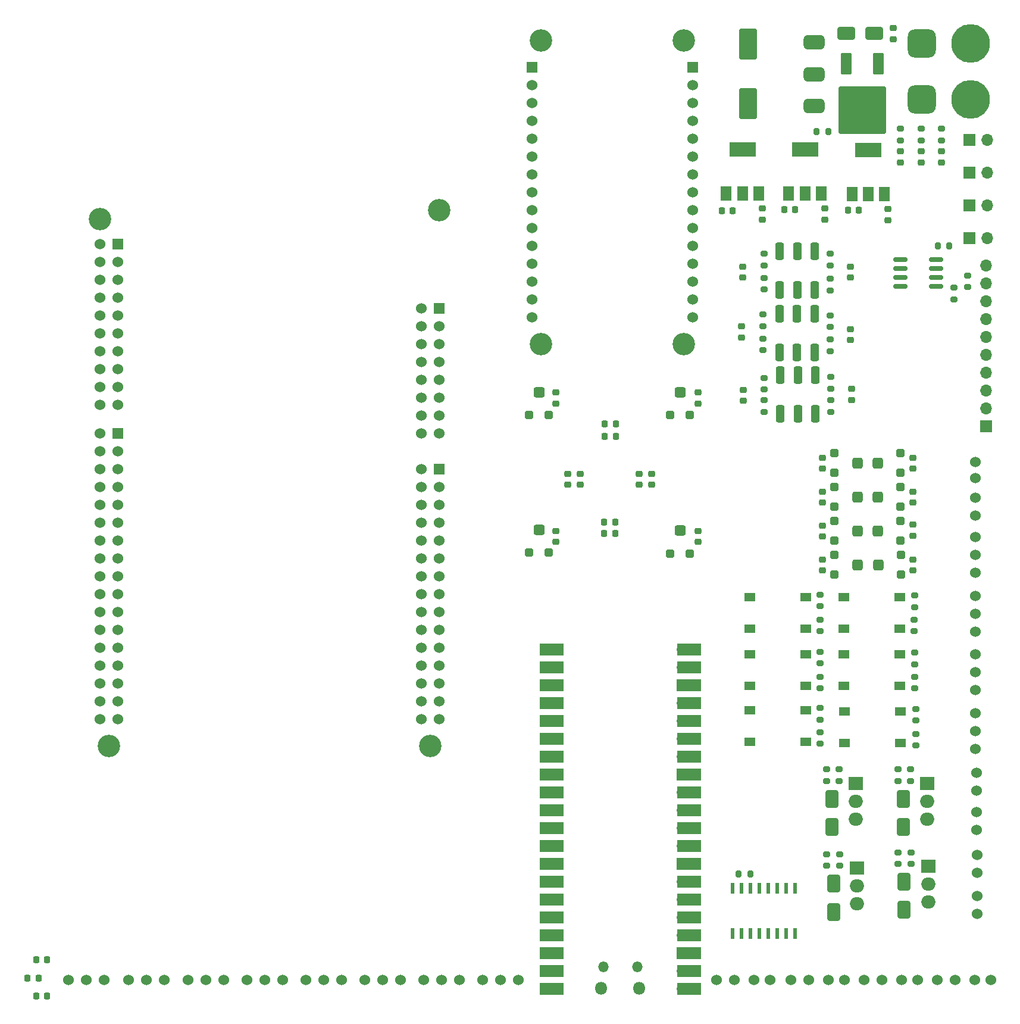
<source format=gbr>
%TF.GenerationSoftware,KiCad,Pcbnew,7.0.1-0*%
%TF.CreationDate,2023-04-25T11:16:22+01:00*%
%TF.ProjectId,Main-Craft-PCB,4d61696e-2d43-4726-9166-742d5043422e,rev?*%
%TF.SameCoordinates,Original*%
%TF.FileFunction,Soldermask,Top*%
%TF.FilePolarity,Negative*%
%FSLAX46Y46*%
G04 Gerber Fmt 4.6, Leading zero omitted, Abs format (unit mm)*
G04 Created by KiCad (PCBNEW 7.0.1-0) date 2023-04-25 11:16:22*
%MOMM*%
%LPD*%
G01*
G04 APERTURE LIST*
G04 Aperture macros list*
%AMRoundRect*
0 Rectangle with rounded corners*
0 $1 Rounding radius*
0 $2 $3 $4 $5 $6 $7 $8 $9 X,Y pos of 4 corners*
0 Add a 4 corners polygon primitive as box body*
4,1,4,$2,$3,$4,$5,$6,$7,$8,$9,$2,$3,0*
0 Add four circle primitives for the rounded corners*
1,1,$1+$1,$2,$3*
1,1,$1+$1,$4,$5*
1,1,$1+$1,$6,$7*
1,1,$1+$1,$8,$9*
0 Add four rect primitives between the rounded corners*
20,1,$1+$1,$2,$3,$4,$5,0*
20,1,$1+$1,$4,$5,$6,$7,0*
20,1,$1+$1,$6,$7,$8,$9,0*
20,1,$1+$1,$8,$9,$2,$3,0*%
G04 Aperture macros list end*
%ADD10RoundRect,0.300000X-0.300000X0.300000X-0.300000X-0.300000X0.300000X-0.300000X0.300000X0.300000X0*%
%ADD11RoundRect,0.375000X-0.375000X0.425000X-0.375000X-0.425000X0.375000X-0.425000X0.375000X0.425000X0*%
%ADD12RoundRect,0.218750X0.218750X0.256250X-0.218750X0.256250X-0.218750X-0.256250X0.218750X-0.256250X0*%
%ADD13RoundRect,0.200000X0.275000X-0.200000X0.275000X0.200000X-0.275000X0.200000X-0.275000X-0.200000X0*%
%ADD14RoundRect,0.250000X0.650000X-1.000000X0.650000X1.000000X-0.650000X1.000000X-0.650000X-1.000000X0*%
%ADD15RoundRect,0.225000X-0.250000X0.225000X-0.250000X-0.225000X0.250000X-0.225000X0.250000X0.225000X0*%
%ADD16RoundRect,0.218750X0.256250X-0.218750X0.256250X0.218750X-0.256250X0.218750X-0.256250X-0.218750X0*%
%ADD17RoundRect,0.225000X-0.225000X-0.250000X0.225000X-0.250000X0.225000X0.250000X-0.225000X0.250000X0*%
%ADD18R,1.700000X1.700000*%
%ADD19O,1.700000X1.700000*%
%ADD20RoundRect,0.200000X-0.275000X0.200000X-0.275000X-0.200000X0.275000X-0.200000X0.275000X0.200000X0*%
%ADD21RoundRect,0.218750X-0.218750X-0.256250X0.218750X-0.256250X0.218750X0.256250X-0.218750X0.256250X0*%
%ADD22R,2.000000X1.905000*%
%ADD23O,2.000000X1.905000*%
%ADD24C,1.524000*%
%ADD25R,1.550000X1.300000*%
%ADD26RoundRect,0.162500X0.825000X0.162500X-0.825000X0.162500X-0.825000X-0.162500X0.825000X-0.162500X0*%
%ADD27O,1.800000X1.800000*%
%ADD28O,1.500000X1.500000*%
%ADD29R,3.500000X1.700000*%
%ADD30RoundRect,0.137500X-0.137500X0.662500X-0.137500X-0.662500X0.137500X-0.662500X0.137500X0.662500X0*%
%ADD31RoundRect,0.300000X0.300000X-0.950000X0.300000X0.950000X-0.300000X0.950000X-0.300000X-0.950000X0*%
%ADD32RoundRect,0.100000X0.700000X-1.400000X0.700000X1.400000X-0.700000X1.400000X-0.700000X-1.400000X0*%
%ADD33RoundRect,0.100000X3.250000X-3.250000X3.250000X3.250000X-3.250000X3.250000X-3.250000X-3.250000X0*%
%ADD34RoundRect,0.225000X0.250000X-0.225000X0.250000X0.225000X-0.250000X0.225000X-0.250000X-0.225000X0*%
%ADD35RoundRect,0.300000X0.300000X-0.300000X0.300000X0.300000X-0.300000X0.300000X-0.300000X-0.300000X0*%
%ADD36RoundRect,0.375000X0.375000X-0.425000X0.375000X0.425000X-0.375000X0.425000X-0.375000X-0.425000X0*%
%ADD37RoundRect,0.250000X-1.000000X-0.650000X1.000000X-0.650000X1.000000X0.650000X-1.000000X0.650000X0*%
%ADD38RoundRect,0.300000X-0.300000X-0.300000X0.300000X-0.300000X0.300000X0.300000X-0.300000X0.300000X0*%
%ADD39RoundRect,0.375000X-0.425000X-0.375000X0.425000X-0.375000X0.425000X0.375000X-0.425000X0.375000X0*%
%ADD40RoundRect,0.200000X-0.200000X-0.275000X0.200000X-0.275000X0.200000X0.275000X-0.200000X0.275000X0*%
%ADD41RoundRect,0.218750X-0.256250X0.218750X-0.256250X-0.218750X0.256250X-0.218750X0.256250X0.218750X0*%
%ADD42RoundRect,0.200000X0.200000X0.275000X-0.200000X0.275000X-0.200000X-0.275000X0.200000X-0.275000X0*%
%ADD43R,1.500000X2.000000*%
%ADD44R,3.800000X2.000000*%
%ADD45C,3.200000*%
%ADD46R,1.530000X1.530000*%
%ADD47C,1.530000*%
%ADD48RoundRect,0.500000X-1.000000X0.500000X-1.000000X-0.500000X1.000000X-0.500000X1.000000X0.500000X0*%
%ADD49C,5.500000*%
%ADD50RoundRect,1.000000X-1.000000X1.000000X-1.000000X-1.000000X1.000000X-1.000000X1.000000X1.000000X0*%
%ADD51RoundRect,0.250000X-1.000000X1.950000X-1.000000X-1.950000X1.000000X-1.950000X1.000000X1.950000X0*%
G04 APERTURE END LIST*
D10*
%TO.C,RV8*%
X180467000Y-94990000D03*
D11*
X183717000Y-96390000D03*
D10*
X180467000Y-97790000D03*
%TD*%
D12*
%TO.C,D20*%
X149250500Y-91948000D03*
X147675500Y-91948000D03*
%TD*%
D13*
%TO.C,R30*%
X191897000Y-110517000D03*
X191897000Y-108867000D03*
%TD*%
D14*
%TO.C,D9*%
X180086000Y-133635000D03*
X180086000Y-129635000D03*
%TD*%
D15*
%TO.C,C6*%
X178764000Y-85963000D03*
X178764000Y-87513000D03*
%TD*%
D16*
%TO.C,D22*%
X154432000Y-84988500D03*
X154432000Y-83413500D03*
%TD*%
D17*
%TO.C,C33*%
X182359000Y-45974000D03*
X183909000Y-45974000D03*
%TD*%
D18*
%TO.C,J7*%
X199639000Y-40591000D03*
D19*
X202179000Y-40591000D03*
%TD*%
D15*
%TO.C,C5*%
X178764000Y-81137000D03*
X178764000Y-82687000D03*
%TD*%
D20*
%TO.C,R54*%
X192786000Y-34379500D03*
X192786000Y-36029500D03*
%TD*%
D21*
%TO.C,D29*%
X65633500Y-155144000D03*
X67208500Y-155144000D03*
%TD*%
D20*
%TO.C,R17*%
X179832000Y-64326000D03*
X179832000Y-65976000D03*
%TD*%
%TO.C,R22*%
X179324000Y-137541000D03*
X179324000Y-139191000D03*
%TD*%
D22*
%TO.C,Q1*%
X193675000Y-127444000D03*
D23*
X193675000Y-129984000D03*
X193675000Y-132524000D03*
%TD*%
D15*
%TO.C,C32*%
X161036000Y-91554000D03*
X161036000Y-93104000D03*
%TD*%
D20*
%TO.C,R6*%
X170307000Y-60770000D03*
X170307000Y-62420000D03*
%TD*%
D21*
%TO.C,D31*%
X66878000Y-157734000D03*
X68453000Y-157734000D03*
%TD*%
D13*
%TO.C,R28*%
X178397000Y-118391000D03*
X178397000Y-116741000D03*
%TD*%
D24*
%TO.C,J4*%
X202692000Y-155448000D03*
X200406000Y-155448000D03*
X197612000Y-155448000D03*
X195072000Y-155448000D03*
%TD*%
D13*
%TO.C,R27*%
X178397000Y-110390000D03*
X178397000Y-108740000D03*
%TD*%
D25*
%TO.C,BTN_3*%
X168415000Y-117058000D03*
X176365000Y-117058000D03*
X168415000Y-121558000D03*
X176365000Y-121558000D03*
%TD*%
D13*
%TO.C,R37*%
X191770000Y-105818000D03*
X191770000Y-104168000D03*
%TD*%
D26*
%TO.C,U5*%
X194942500Y-56769000D03*
X194942500Y-55499000D03*
X194942500Y-54229000D03*
X194942500Y-52959000D03*
X189867500Y-52959000D03*
X189867500Y-54229000D03*
X189867500Y-55499000D03*
X189867500Y-56769000D03*
%TD*%
D24*
%TO.C,J25*%
X85090000Y-155448000D03*
X82550000Y-155448000D03*
X80010000Y-155448000D03*
%TD*%
D27*
%TO.C,U2*%
X152712000Y-156588000D03*
D28*
X152412000Y-153558000D03*
X147562000Y-153558000D03*
D27*
X147262000Y-156588000D03*
D19*
X158877000Y-156718000D03*
D29*
X159777000Y-156718000D03*
D19*
X158877000Y-154178000D03*
D29*
X159777000Y-154178000D03*
D18*
X158877000Y-151638000D03*
D29*
X159777000Y-151638000D03*
D19*
X158877000Y-149098000D03*
D29*
X159777000Y-149098000D03*
D19*
X158877000Y-146558000D03*
D29*
X159777000Y-146558000D03*
D19*
X158877000Y-144018000D03*
D29*
X159777000Y-144018000D03*
D19*
X158877000Y-141478000D03*
D29*
X159777000Y-141478000D03*
D18*
X158877000Y-138938000D03*
D29*
X159777000Y-138938000D03*
D19*
X158877000Y-136398000D03*
D29*
X159777000Y-136398000D03*
D19*
X158877000Y-133858000D03*
D29*
X159777000Y-133858000D03*
D19*
X158877000Y-131318000D03*
D29*
X159777000Y-131318000D03*
D19*
X158877000Y-128778000D03*
D29*
X159777000Y-128778000D03*
D18*
X158877000Y-126238000D03*
D29*
X159777000Y-126238000D03*
D19*
X158877000Y-123698000D03*
D29*
X159777000Y-123698000D03*
D19*
X158877000Y-121158000D03*
D29*
X159777000Y-121158000D03*
D19*
X158877000Y-118618000D03*
D29*
X159777000Y-118618000D03*
D19*
X158877000Y-116078000D03*
D29*
X159777000Y-116078000D03*
D18*
X158877000Y-113538000D03*
D29*
X159777000Y-113538000D03*
D19*
X158877000Y-110998000D03*
D29*
X159777000Y-110998000D03*
D19*
X158877000Y-108458000D03*
D29*
X159777000Y-108458000D03*
D19*
X141097000Y-108458000D03*
D29*
X140197000Y-108458000D03*
D19*
X141097000Y-110998000D03*
D29*
X140197000Y-110998000D03*
D18*
X141097000Y-113538000D03*
D29*
X140197000Y-113538000D03*
D19*
X141097000Y-116078000D03*
D29*
X140197000Y-116078000D03*
D19*
X141097000Y-118618000D03*
D29*
X140197000Y-118618000D03*
D19*
X141097000Y-121158000D03*
D29*
X140197000Y-121158000D03*
D19*
X141097000Y-123698000D03*
D29*
X140197000Y-123698000D03*
D18*
X141097000Y-126238000D03*
D29*
X140197000Y-126238000D03*
D19*
X141097000Y-128778000D03*
D29*
X140197000Y-128778000D03*
D19*
X141097000Y-131318000D03*
D29*
X140197000Y-131318000D03*
D19*
X141097000Y-133858000D03*
D29*
X140197000Y-133858000D03*
D19*
X141097000Y-136398000D03*
D29*
X140197000Y-136398000D03*
D18*
X141097000Y-138938000D03*
D29*
X140197000Y-138938000D03*
D19*
X141097000Y-141478000D03*
D29*
X140197000Y-141478000D03*
D19*
X141097000Y-144018000D03*
D29*
X140197000Y-144018000D03*
D19*
X141097000Y-146558000D03*
D29*
X140197000Y-146558000D03*
D19*
X141097000Y-149098000D03*
D29*
X140197000Y-149098000D03*
D18*
X141097000Y-151638000D03*
D29*
X140197000Y-151638000D03*
D19*
X141097000Y-154178000D03*
D29*
X140197000Y-154178000D03*
D19*
X141097000Y-156718000D03*
D29*
X140197000Y-156718000D03*
%TD*%
D13*
%TO.C,R36*%
X178397000Y-121820000D03*
X178397000Y-120170000D03*
%TD*%
D24*
%TO.C,J9*%
X135509000Y-155448000D03*
X132969000Y-155448000D03*
X130429000Y-155448000D03*
%TD*%
D30*
%TO.C,U4*%
X174879000Y-142344000D03*
X173609000Y-142344000D03*
X172339000Y-142344000D03*
X171069000Y-142344000D03*
X169799000Y-142344000D03*
X168529000Y-142344000D03*
X167259000Y-142344000D03*
X165989000Y-142344000D03*
X165989000Y-148844000D03*
X167259000Y-148844000D03*
X168529000Y-148844000D03*
X169799000Y-148844000D03*
X171069000Y-148844000D03*
X172339000Y-148844000D03*
X173609000Y-148844000D03*
X174879000Y-148844000D03*
%TD*%
D22*
%TO.C,Q4*%
X183642000Y-139509000D03*
D23*
X183642000Y-142049000D03*
X183642000Y-144589000D03*
%TD*%
D31*
%TO.C,SW_3*%
X172760000Y-69386000D03*
X172760000Y-74886000D03*
X175260000Y-69386000D03*
X175260000Y-74886000D03*
X177760000Y-69386000D03*
X177760000Y-74886000D03*
%TD*%
D15*
%TO.C,C12*%
X182753000Y-62839000D03*
X182753000Y-64389000D03*
%TD*%
D18*
%TO.C,J5*%
X199639000Y-49891000D03*
D19*
X202179000Y-49891000D03*
%TD*%
D32*
%TO.C,Q15*%
X186704000Y-25100000D03*
D33*
X184404000Y-31750000D03*
D32*
X182104000Y-25100000D03*
%TD*%
D34*
%TO.C,C26*%
X140843000Y-73419000D03*
X140843000Y-71869000D03*
%TD*%
D10*
%TO.C,RV7*%
X180467000Y-90164000D03*
D11*
X183717000Y-91564000D03*
D10*
X180467000Y-92964000D03*
%TD*%
D13*
%TO.C,R4*%
X170434000Y-57213000D03*
X170434000Y-55563000D03*
%TD*%
D15*
%TO.C,C8*%
X178764000Y-95615000D03*
X178764000Y-97165000D03*
%TD*%
D10*
%TO.C,RV6*%
X180467000Y-85338000D03*
D11*
X183717000Y-86738000D03*
D10*
X180467000Y-88138000D03*
%TD*%
D20*
%TO.C,R9*%
X179959000Y-69660000D03*
X179959000Y-71310000D03*
%TD*%
D35*
%TO.C,RV4*%
X189939000Y-97793000D03*
D36*
X186689000Y-96393000D03*
D35*
X189939000Y-94993000D03*
%TD*%
D20*
%TO.C,R13*%
X191389000Y-137287000D03*
X191389000Y-138937000D03*
%TD*%
D37*
%TO.C,D30*%
X182150000Y-20828000D03*
X186150000Y-20828000D03*
%TD*%
D24*
%TO.C,J15*%
X200533000Y-92456000D03*
X200533000Y-94996000D03*
X200533000Y-97536000D03*
%TD*%
D20*
%TO.C,R18*%
X170434000Y-72962000D03*
X170434000Y-74612000D03*
%TD*%
D38*
%TO.C,RV12*%
X157096000Y-94764000D03*
D39*
X158496000Y-91514000D03*
D38*
X159896000Y-94764000D03*
%TD*%
D25*
%TO.C,BTN_5*%
X181826000Y-109129000D03*
X189776000Y-109129000D03*
X181826000Y-113629000D03*
X189776000Y-113629000D03*
%TD*%
D21*
%TO.C,D28*%
X66878000Y-152554000D03*
X68453000Y-152554000D03*
%TD*%
D13*
%TO.C,R14*%
X170434000Y-53784000D03*
X170434000Y-52134000D03*
%TD*%
D40*
%TO.C,R1*%
X195136000Y-51054000D03*
X196786000Y-51054000D03*
%TD*%
D16*
%TO.C,D12*%
X142494000Y-84988500D03*
X142494000Y-83413500D03*
%TD*%
%TO.C,D11*%
X144272000Y-84988500D03*
X144272000Y-83413500D03*
%TD*%
D24*
%TO.C,J2*%
X181864000Y-155448000D03*
X179578000Y-155448000D03*
X176784000Y-155448000D03*
X174244000Y-155448000D03*
%TD*%
D41*
%TO.C,D25*%
X195707000Y-37592000D03*
X195707000Y-39167000D03*
%TD*%
%TO.C,D26*%
X192786000Y-37592000D03*
X192786000Y-39167000D03*
%TD*%
D24*
%TO.C,J19*%
X200787000Y-137668000D03*
X200787000Y-140208000D03*
%TD*%
D35*
%TO.C,RV1*%
X189864000Y-83312000D03*
D36*
X186614000Y-81912000D03*
D35*
X189864000Y-80512000D03*
%TD*%
D34*
%TO.C,C2*%
X191620000Y-87513000D03*
X191620000Y-85963000D03*
%TD*%
D13*
%TO.C,R35*%
X178397000Y-113946000D03*
X178397000Y-112296000D03*
%TD*%
D20*
%TO.C,R11*%
X191262000Y-125476000D03*
X191262000Y-127126000D03*
%TD*%
%TO.C,R19*%
X179959000Y-72962000D03*
X179959000Y-74612000D03*
%TD*%
D24*
%TO.C,J12*%
X110363000Y-155448000D03*
X107823000Y-155448000D03*
X105283000Y-155448000D03*
%TD*%
D10*
%TO.C,RV5*%
X180467000Y-80512000D03*
D11*
X183717000Y-81912000D03*
D10*
X180467000Y-83312000D03*
%TD*%
D38*
%TO.C,RV9*%
X137030000Y-75079000D03*
D39*
X138430000Y-71829000D03*
D38*
X139830000Y-75079000D03*
%TD*%
D20*
%TO.C,R55*%
X189865000Y-34341000D03*
X189865000Y-35991000D03*
%TD*%
D18*
%TO.C,J8*%
X199639000Y-35941000D03*
D19*
X202179000Y-35941000D03*
%TD*%
D14*
%TO.C,D10*%
X180340000Y-145732000D03*
X180340000Y-141732000D03*
%TD*%
D34*
%TO.C,C13*%
X167513000Y-73038000D03*
X167513000Y-71488000D03*
%TD*%
D31*
%TO.C,SW_1*%
X172673000Y-51816000D03*
X172673000Y-57316000D03*
X175173000Y-51816000D03*
X175173000Y-57316000D03*
X177673000Y-51816000D03*
X177673000Y-57316000D03*
%TD*%
D34*
%TO.C,C9*%
X167386000Y-55512000D03*
X167386000Y-53962000D03*
%TD*%
%TO.C,C11*%
X167259000Y-64021000D03*
X167259000Y-62471000D03*
%TD*%
D24*
%TO.C,J1*%
X171323000Y-155448000D03*
X169037000Y-155448000D03*
X166243000Y-155448000D03*
X163703000Y-155448000D03*
%TD*%
D20*
%TO.C,R15*%
X179832000Y-55690000D03*
X179832000Y-57340000D03*
%TD*%
D12*
%TO.C,D19*%
X149250500Y-90297000D03*
X147675500Y-90297000D03*
%TD*%
D13*
%TO.C,R34*%
X178397000Y-105818000D03*
X178397000Y-104168000D03*
%TD*%
D20*
%TO.C,R2*%
X197485000Y-56960000D03*
X197485000Y-58610000D03*
%TD*%
D15*
%TO.C,C31*%
X161036000Y-71869000D03*
X161036000Y-73419000D03*
%TD*%
D24*
%TO.C,J10*%
X118745000Y-155448000D03*
X116205000Y-155448000D03*
X113665000Y-155448000D03*
%TD*%
%TO.C,J18*%
X200533000Y-117475000D03*
X200533000Y-120015000D03*
X200533000Y-122555000D03*
%TD*%
D20*
%TO.C,R21*%
X181102000Y-125476000D03*
X181102000Y-127126000D03*
%TD*%
D15*
%TO.C,C27*%
X140843000Y-91554000D03*
X140843000Y-93104000D03*
%TD*%
D12*
%TO.C,D23*%
X149377500Y-78105000D03*
X147802500Y-78105000D03*
%TD*%
D24*
%TO.C,J23*%
X200533000Y-81788000D03*
X200533000Y-84074000D03*
X200533000Y-86868000D03*
X200533000Y-89408000D03*
%TD*%
%TO.C,J16*%
X200533000Y-100838000D03*
X200533000Y-103378000D03*
X200533000Y-105918000D03*
%TD*%
D15*
%TO.C,C10*%
X182753000Y-53962000D03*
X182753000Y-55512000D03*
%TD*%
D13*
%TO.C,R31*%
X192024000Y-118518000D03*
X192024000Y-116868000D03*
%TD*%
D42*
%TO.C,R60*%
X179578000Y-34798000D03*
X177928000Y-34798000D03*
%TD*%
D38*
%TO.C,RV11*%
X157096000Y-75079000D03*
D39*
X158496000Y-71829000D03*
D38*
X159896000Y-75079000D03*
%TD*%
D34*
%TO.C,C4*%
X191620000Y-97165000D03*
X191620000Y-95615000D03*
%TD*%
D12*
%TO.C,D24*%
X149377500Y-76327000D03*
X147802500Y-76327000D03*
%TD*%
D35*
%TO.C,RV3*%
X189864000Y-92964000D03*
D36*
X186614000Y-91564000D03*
D35*
X189864000Y-90164000D03*
%TD*%
D15*
%TO.C,C28*%
X188101000Y-45809000D03*
X188101000Y-47359000D03*
%TD*%
%TO.C,C16*%
X188849000Y-20053000D03*
X188849000Y-21603000D03*
%TD*%
%TO.C,C7*%
X178764000Y-90789000D03*
X178764000Y-92339000D03*
%TD*%
D25*
%TO.C,BTN_6*%
X181915000Y-117257000D03*
X189865000Y-117257000D03*
X181915000Y-121757000D03*
X189865000Y-121757000D03*
%TD*%
D20*
%TO.C,R53*%
X195707000Y-34379500D03*
X195707000Y-36029500D03*
%TD*%
D16*
%TO.C,D21*%
X152654000Y-84988500D03*
X152654000Y-83413500D03*
%TD*%
D20*
%TO.C,R10*%
X189484000Y-125476000D03*
X189484000Y-127126000D03*
%TD*%
D13*
%TO.C,R26*%
X178397000Y-102262000D03*
X178397000Y-100612000D03*
%TD*%
D24*
%TO.C,J3*%
X192278000Y-155448000D03*
X189992000Y-155448000D03*
X187198000Y-155448000D03*
X184658000Y-155448000D03*
%TD*%
D15*
%TO.C,C29*%
X179070000Y-45707000D03*
X179070000Y-47257000D03*
%TD*%
D24*
%TO.C,J20*%
X200787000Y-143510000D03*
X200787000Y-146050000D03*
%TD*%
D14*
%TO.C,D7*%
X190246000Y-133635000D03*
X190246000Y-129635000D03*
%TD*%
D22*
%TO.C,Q3*%
X183515000Y-127444000D03*
D23*
X183515000Y-129984000D03*
X183515000Y-132524000D03*
%TD*%
D24*
%TO.C,J26*%
X93599000Y-155448000D03*
X91059000Y-155448000D03*
X88519000Y-155448000D03*
%TD*%
D25*
%TO.C,BTN_2*%
X168453000Y-109093000D03*
X176403000Y-109093000D03*
X168453000Y-113593000D03*
X176403000Y-113593000D03*
%TD*%
D24*
%TO.C,J13*%
X200660000Y-125984000D03*
X200660000Y-128524000D03*
%TD*%
D17*
%TO.C,C35*%
X164438000Y-45999000D03*
X165988000Y-45999000D03*
%TD*%
D34*
%TO.C,C1*%
X191620000Y-82687000D03*
X191620000Y-81137000D03*
%TD*%
D15*
%TO.C,C14*%
X182880000Y-71361000D03*
X182880000Y-72911000D03*
%TD*%
D40*
%TO.C,R3*%
X166815000Y-140335000D03*
X168465000Y-140335000D03*
%TD*%
D25*
%TO.C,BTN_4*%
X181826000Y-101001000D03*
X189776000Y-101001000D03*
X181826000Y-105501000D03*
X189776000Y-105501000D03*
%TD*%
D31*
%TO.C,SW_2*%
X172633000Y-60667000D03*
X172633000Y-66167000D03*
X175133000Y-60667000D03*
X175133000Y-66167000D03*
X177633000Y-60667000D03*
X177633000Y-66167000D03*
%TD*%
D20*
%TO.C,R23*%
X181229000Y-137541000D03*
X181229000Y-139191000D03*
%TD*%
D38*
%TO.C,RV10*%
X137030000Y-94637000D03*
D39*
X138430000Y-91387000D03*
D38*
X139830000Y-94637000D03*
%TD*%
D22*
%TO.C,Q2*%
X193802000Y-139255000D03*
D23*
X193802000Y-141795000D03*
X193802000Y-144335000D03*
%TD*%
D18*
%TO.C,J22*%
X202057000Y-76708000D03*
D19*
X202057000Y-74168000D03*
X202057000Y-71628000D03*
X202057000Y-69088000D03*
X202057000Y-66548000D03*
X202057000Y-64008000D03*
X202057000Y-61468000D03*
X202057000Y-58928000D03*
X202057000Y-56388000D03*
X202057000Y-53848000D03*
%TD*%
D20*
%TO.C,R7*%
X179832000Y-60897000D03*
X179832000Y-62547000D03*
%TD*%
D43*
%TO.C,U11*%
X173962000Y-43561000D03*
X176262000Y-43561000D03*
X178562000Y-43561000D03*
D44*
X176262000Y-37261000D03*
%TD*%
D25*
%TO.C,BTN_1*%
X168453000Y-100965000D03*
X176403000Y-100965000D03*
X168453000Y-105465000D03*
X176403000Y-105465000D03*
%TD*%
D45*
%TO.C,U3*%
X138684000Y-21844000D03*
X138684000Y-65024000D03*
X159004000Y-21844000D03*
X159004000Y-65024000D03*
D46*
X137414000Y-25654000D03*
D47*
X137414000Y-28194000D03*
X137414000Y-30734000D03*
X137414000Y-33274000D03*
X137414000Y-35814000D03*
X137414000Y-38354000D03*
X137414000Y-40894000D03*
X137414000Y-43434000D03*
X137414000Y-45974000D03*
X137414000Y-48514000D03*
X137414000Y-51054000D03*
X137414000Y-53594000D03*
X137414000Y-56134000D03*
X137414000Y-58674000D03*
X137414000Y-61214000D03*
X160274000Y-61214000D03*
X160274000Y-58674000D03*
X160274000Y-56134000D03*
X160274000Y-53594000D03*
X160274000Y-51054000D03*
X160274000Y-48514000D03*
X160274000Y-45974000D03*
X160274000Y-43434000D03*
X160274000Y-40894000D03*
X160274000Y-38354000D03*
X160274000Y-35814000D03*
X160274000Y-33274000D03*
X160274000Y-30734000D03*
X160274000Y-28194000D03*
D46*
X160274000Y-25654000D03*
%TD*%
D43*
%TO.C,U10*%
X182993000Y-43663000D03*
X185293000Y-43663000D03*
X187593000Y-43663000D03*
D44*
X185293000Y-37363000D03*
%TD*%
D24*
%TO.C,J17*%
X200533000Y-109093000D03*
X200533000Y-111633000D03*
X200533000Y-114173000D03*
%TD*%
D20*
%TO.C,R12*%
X189484000Y-137287000D03*
X189484000Y-138937000D03*
%TD*%
D18*
%TO.C,J6*%
X199639000Y-45241000D03*
D19*
X202179000Y-45241000D03*
%TD*%
D34*
%TO.C,C3*%
X191620000Y-92212000D03*
X191620000Y-90662000D03*
%TD*%
D20*
%TO.C,R5*%
X179832000Y-52134000D03*
X179832000Y-53784000D03*
%TD*%
D24*
%TO.C,J27*%
X101981000Y-155448000D03*
X99441000Y-155448000D03*
X96901000Y-155448000D03*
%TD*%
D41*
%TO.C,D27*%
X189865000Y-37553500D03*
X189865000Y-39128500D03*
%TD*%
D20*
%TO.C,R8*%
X170434000Y-69787000D03*
X170434000Y-71437000D03*
%TD*%
D13*
%TO.C,R29*%
X191897000Y-102389000D03*
X191897000Y-100739000D03*
%TD*%
D48*
%TO.C,PWR_SW1*%
X177546000Y-22098000D03*
X177546000Y-26598000D03*
X177546000Y-31098000D03*
%TD*%
D13*
%TO.C,R39*%
X192024000Y-122074000D03*
X192024000Y-120424000D03*
%TD*%
D35*
%TO.C,RV2*%
X189864000Y-88138000D03*
D36*
X186614000Y-86738000D03*
D35*
X189864000Y-85338000D03*
%TD*%
D13*
%TO.C,R40*%
X199390000Y-56896000D03*
X199390000Y-55246000D03*
%TD*%
D24*
%TO.C,J11*%
X127127000Y-155448000D03*
X124587000Y-155448000D03*
X122047000Y-155448000D03*
%TD*%
D20*
%TO.C,R20*%
X179324000Y-125476000D03*
X179324000Y-127126000D03*
%TD*%
D49*
%TO.C,J21*%
X199850000Y-22225000D03*
X199850000Y-30225000D03*
D50*
X192850000Y-22225000D03*
X192850000Y-30225000D03*
%TD*%
D17*
%TO.C,C34*%
X173328000Y-45872000D03*
X174878000Y-45872000D03*
%TD*%
D51*
%TO.C,C36*%
X168148000Y-22343000D03*
X168148000Y-30743000D03*
%TD*%
D43*
%TO.C,U12*%
X165072000Y-43561000D03*
X167372000Y-43561000D03*
X169672000Y-43561000D03*
D44*
X167372000Y-37261000D03*
%TD*%
D15*
%TO.C,C30*%
X170180000Y-45707000D03*
X170180000Y-47257000D03*
%TD*%
D24*
%TO.C,J24*%
X76581000Y-155448000D03*
X74041000Y-155448000D03*
X71501000Y-155448000D03*
%TD*%
D14*
%TO.C,D8*%
X190373000Y-145446000D03*
X190373000Y-141446000D03*
%TD*%
D24*
%TO.C,J14*%
X200660000Y-131572000D03*
X200660000Y-134112000D03*
%TD*%
D20*
%TO.C,R16*%
X170307000Y-64199000D03*
X170307000Y-65849000D03*
%TD*%
D13*
%TO.C,R38*%
X191897000Y-113946000D03*
X191897000Y-112296000D03*
%TD*%
D45*
%TO.C,U1*%
X124206000Y-45974000D03*
X122936000Y-122174000D03*
X77216000Y-122174000D03*
X75946000Y-47244000D03*
D47*
X121666000Y-65024000D03*
X121666000Y-67564000D03*
X121666000Y-70104000D03*
X121666000Y-72644000D03*
X124206000Y-110744000D03*
X121666000Y-113284000D03*
X124206000Y-62484000D03*
X124206000Y-65024000D03*
X124206000Y-67564000D03*
X78486000Y-60960000D03*
X124206000Y-70104000D03*
X124206000Y-72644000D03*
X124206000Y-75184000D03*
X124206000Y-77724000D03*
X78486000Y-113284000D03*
X124206000Y-108204000D03*
X124206000Y-105664000D03*
X78486000Y-71120000D03*
X78486000Y-115824000D03*
X78486000Y-87884000D03*
X124206000Y-87884000D03*
X124206000Y-85344000D03*
X121666000Y-90424000D03*
X121666000Y-92964000D03*
X121666000Y-87884000D03*
X121666000Y-75184000D03*
X121666000Y-85344000D03*
X121666000Y-77724000D03*
X121666000Y-82804000D03*
X121666000Y-98044000D03*
X78486000Y-108204000D03*
X121666000Y-108204000D03*
X121666000Y-100584000D03*
X121666000Y-95504000D03*
X121666000Y-103124000D03*
X124206000Y-103124000D03*
X121666000Y-110744000D03*
X124206000Y-115824000D03*
X121666000Y-115824000D03*
X124206000Y-113284000D03*
X121666000Y-118364000D03*
X124206000Y-118364000D03*
X75946000Y-58420000D03*
X121666000Y-105664000D03*
X75946000Y-95504000D03*
X121666000Y-62484000D03*
X121666000Y-59944000D03*
X75946000Y-50800000D03*
D46*
X78486000Y-50800000D03*
D47*
X75946000Y-53340000D03*
D46*
X78486000Y-77724000D03*
D47*
X75946000Y-55880000D03*
X78486000Y-110744000D03*
X75946000Y-60960000D03*
X75946000Y-63500000D03*
X124206000Y-100584000D03*
X75946000Y-66040000D03*
X78486000Y-58420000D03*
X78486000Y-92964000D03*
X75946000Y-118364000D03*
X78486000Y-63500000D03*
X75946000Y-103124000D03*
X78486000Y-95504000D03*
X78486000Y-85344000D03*
X75946000Y-115824000D03*
X78486000Y-53340000D03*
X78486000Y-73660000D03*
X78486000Y-66040000D03*
X78486000Y-55880000D03*
X78486000Y-68580000D03*
X78486000Y-80264000D03*
X124206000Y-92964000D03*
D46*
X124206000Y-82804000D03*
D47*
X78486000Y-90424000D03*
X78486000Y-82804000D03*
X75946000Y-98044000D03*
X78486000Y-100584000D03*
X124206000Y-95504000D03*
X78486000Y-103124000D03*
X75946000Y-100584000D03*
X78486000Y-105664000D03*
X75946000Y-68580000D03*
X75946000Y-105664000D03*
X75946000Y-71120000D03*
X75946000Y-108204000D03*
X75946000Y-85344000D03*
X75946000Y-110744000D03*
X75946000Y-80264000D03*
X75946000Y-113284000D03*
X75946000Y-87884000D03*
X75946000Y-82804000D03*
X75946000Y-77724000D03*
X124206000Y-90424000D03*
X75946000Y-73660000D03*
X75946000Y-90424000D03*
X75946000Y-92964000D03*
X78486000Y-118364000D03*
X78486000Y-98044000D03*
X124206000Y-98044000D03*
D46*
X124206000Y-59944000D03*
%TD*%
M02*

</source>
